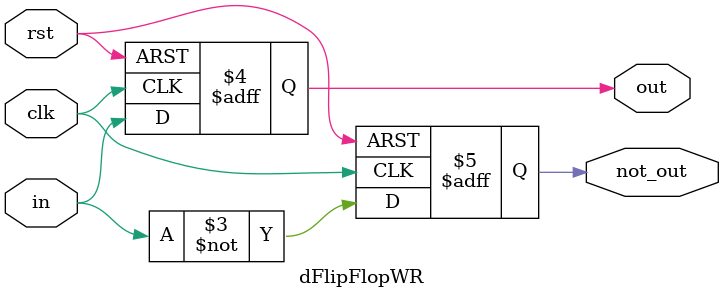
<source format=v>
module dFlipFlopWR(clk, rst, in, out, not_out);
    input clk;
    input in; 
    input rst; 
    output reg out; 
    output reg not_out;

    always @(posedge clk or posedge rst) begin
        if (rst == 1'b1) begin
            out <= 1'b0; 
            not_out <= 1'b1;
        end else begin
            out <= in; 
            not_out <= ~in; 
        end
    end
endmodule 



</source>
